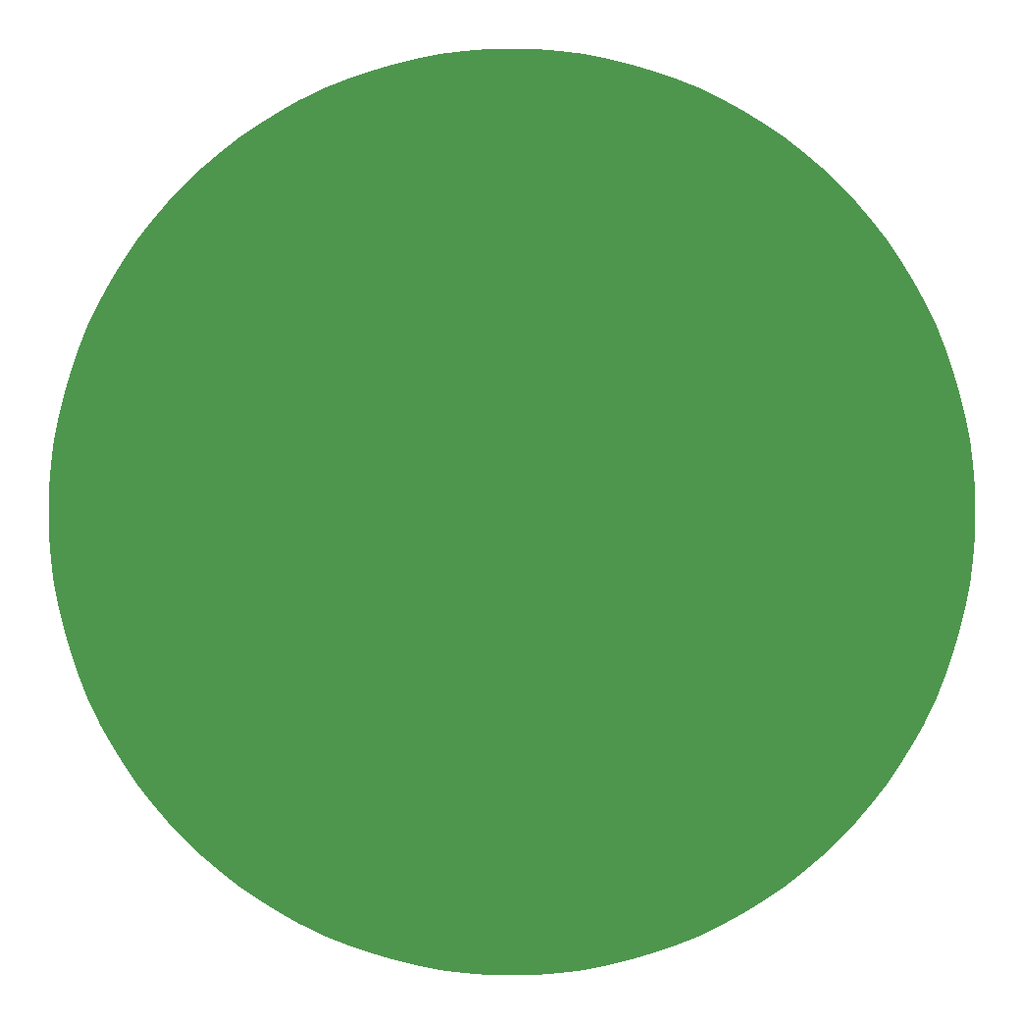
<source format=gbr>
%TF.GenerationSoftware,KiCad,Pcbnew,6.0.4-6f826c9f35~116~ubuntu20.04.1*%
%TF.CreationDate,2022-04-17T21:23:55+00:00*%
%TF.ProjectId,USTTHUNDERMILLPCB02A,55535454-4855-44e4-9445-524d494c4c50,rev?*%
%TF.SameCoordinates,Original*%
%TF.FileFunction,Soldermask,Top*%
%TF.FilePolarity,Negative*%
%FSLAX46Y46*%
G04 Gerber Fmt 4.6, Leading zero omitted, Abs format (unit mm)*
G04 Created by KiCad (PCBNEW 6.0.4-6f826c9f35~116~ubuntu20.04.1) date 2022-04-17 21:23:55*
%MOMM*%
%LPD*%
G01*
G04 APERTURE LIST*
G04 Aperture macros list*
%AMRotRect*
0 Rectangle, with rotation*
0 The origin of the aperture is its center*
0 $1 length*
0 $2 width*
0 $3 Rotation angle, in degrees counterclockwise*
0 Add horizontal line*
21,1,$1,$2,0,0,$3*%
G04 Aperture macros list end*
%ADD10RotRect,4.000000X1.200000X325.000000*%
G04 APERTURE END LIST*
D10*
%TO.C,J1*%
X-13700000Y6100000D03*
%TD*%
G36*
X2122727Y39911304D02*
G01*
X2130518Y39910896D01*
X4210443Y39747206D01*
X4218205Y39746390D01*
X6286718Y39474008D01*
X6294417Y39472788D01*
X8345813Y39092614D01*
X8353447Y39090992D01*
X10382212Y38603909D01*
X10389741Y38601891D01*
X12390137Y38009414D01*
X12397565Y38007001D01*
X14364207Y37310506D01*
X14371484Y37307713D01*
X16299098Y36509290D01*
X16306223Y36506117D01*
X18189266Y35607981D01*
X18196221Y35604437D01*
X20029756Y34608863D01*
X20036508Y34604965D01*
X21815460Y33514839D01*
X21822003Y33510590D01*
X23541375Y32328908D01*
X23547689Y32324320D01*
X25202880Y31054183D01*
X25208938Y31049278D01*
X26795421Y29694331D01*
X26801217Y29689112D01*
X28314653Y28252990D01*
X28320174Y28247469D01*
X29756294Y26734037D01*
X29761513Y26728241D01*
X31116459Y25141759D01*
X31121364Y25135701D01*
X32391506Y23480508D01*
X32396094Y23474194D01*
X33577773Y21754821D01*
X33582022Y21748278D01*
X34672148Y19969324D01*
X34676046Y19962572D01*
X35671624Y18129038D01*
X35675168Y18122083D01*
X36573300Y16239040D01*
X36576473Y16231915D01*
X37374899Y14304292D01*
X37377692Y14297014D01*
X38074179Y12330384D01*
X38076592Y12322957D01*
X38669074Y10322557D01*
X38671092Y10315028D01*
X39158176Y8286261D01*
X39159798Y8278627D01*
X39539972Y6227234D01*
X39541192Y6219535D01*
X39813573Y4151022D01*
X39814389Y4143260D01*
X39978084Y2063333D01*
X39978492Y2055542D01*
X40033082Y-30093D01*
X40033082Y-37891D01*
X39978492Y-2123526D01*
X39978084Y-2131317D01*
X39814389Y-4211244D01*
X39813573Y-4219006D01*
X39541192Y-6287518D01*
X39539972Y-6295217D01*
X39159798Y-8346613D01*
X39158176Y-8354247D01*
X38671092Y-10383011D01*
X38669074Y-10390540D01*
X38076592Y-12390943D01*
X38074179Y-12398370D01*
X37377692Y-14365000D01*
X37374899Y-14372278D01*
X36576473Y-16299898D01*
X36573300Y-16307023D01*
X35675168Y-18190066D01*
X35671624Y-18197021D01*
X34676046Y-20030556D01*
X34672148Y-20037308D01*
X33582022Y-21816260D01*
X33577773Y-21822803D01*
X32396100Y-23542166D01*
X32391512Y-23548481D01*
X31121357Y-25203690D01*
X31116452Y-25209747D01*
X29761522Y-26796210D01*
X29756304Y-26802006D01*
X28320175Y-28315453D01*
X28314653Y-28320975D01*
X26801206Y-29757104D01*
X26795410Y-29762322D01*
X25208947Y-31117252D01*
X25202890Y-31122157D01*
X23547681Y-32392312D01*
X23541366Y-32396900D01*
X21822003Y-33578573D01*
X21815460Y-33582822D01*
X20036508Y-34672948D01*
X20029756Y-34676846D01*
X18196221Y-35672424D01*
X18189266Y-35675968D01*
X16306223Y-36574100D01*
X16299098Y-36577273D01*
X14371478Y-37375699D01*
X14364200Y-37378492D01*
X12397570Y-38074979D01*
X12390143Y-38077392D01*
X10389740Y-38669874D01*
X10382211Y-38671892D01*
X8353447Y-39158976D01*
X8345813Y-39160598D01*
X6294417Y-39540772D01*
X6286718Y-39541992D01*
X4218206Y-39814373D01*
X4210444Y-39815189D01*
X2130517Y-39978884D01*
X2122726Y-39979292D01*
X37091Y-40033882D01*
X29293Y-40033882D01*
X-2056342Y-39979292D01*
X-2064133Y-39978884D01*
X-4144060Y-39815189D01*
X-4151822Y-39814373D01*
X-6220335Y-39541992D01*
X-6228034Y-39540772D01*
X-8279427Y-39160598D01*
X-8287061Y-39158976D01*
X-10315828Y-38671892D01*
X-10323357Y-38669874D01*
X-12323757Y-38077392D01*
X-12331184Y-38074979D01*
X-14297814Y-37378492D01*
X-14305092Y-37375699D01*
X-16232715Y-36577273D01*
X-16239840Y-36574100D01*
X-18122883Y-35675968D01*
X-18129838Y-35672424D01*
X-19963372Y-34676846D01*
X-19970124Y-34672948D01*
X-21749078Y-33582822D01*
X-21755621Y-33578573D01*
X-23474994Y-32396894D01*
X-23481308Y-32392306D01*
X-25136501Y-31122164D01*
X-25142559Y-31117259D01*
X-26729041Y-29762313D01*
X-26734837Y-29757094D01*
X-28248269Y-28320974D01*
X-28253790Y-28315453D01*
X-29689912Y-26802017D01*
X-29695131Y-26796221D01*
X-31050078Y-25209738D01*
X-31054983Y-25203680D01*
X-32325120Y-23548489D01*
X-32329708Y-23542175D01*
X-33511390Y-21822803D01*
X-33515639Y-21816260D01*
X-34605765Y-20037308D01*
X-34609663Y-20030556D01*
X-35605237Y-18197021D01*
X-35608781Y-18190066D01*
X-36506917Y-16307023D01*
X-36510090Y-16299898D01*
X-37308513Y-14372284D01*
X-37311306Y-14365007D01*
X-38007801Y-12398365D01*
X-38010214Y-12390937D01*
X-38602691Y-10390541D01*
X-38604709Y-10383012D01*
X-39091792Y-8354247D01*
X-39093414Y-8346613D01*
X-39473588Y-6295217D01*
X-39474808Y-6287518D01*
X-39747190Y-4219005D01*
X-39748006Y-4211243D01*
X-39911696Y-2131318D01*
X-39912104Y-2123527D01*
X-39966698Y-37891D01*
X-39966698Y-30093D01*
X-39912104Y2055543D01*
X-39911696Y2063334D01*
X-39748006Y4143259D01*
X-39747190Y4151021D01*
X-39474808Y6219535D01*
X-39473588Y6227234D01*
X-39093414Y8278627D01*
X-39091792Y8286261D01*
X-38604709Y10315029D01*
X-38602691Y10322558D01*
X-38010214Y12322951D01*
X-38007801Y12330379D01*
X-37311306Y14297021D01*
X-37308513Y14304298D01*
X-36510090Y16231914D01*
X-36506917Y16239039D01*
X-35608781Y18122083D01*
X-35605237Y18129038D01*
X-34609663Y19962572D01*
X-34605765Y19969324D01*
X-33515639Y21748278D01*
X-33511390Y21754821D01*
X-32329716Y23474182D01*
X-32325128Y23480496D01*
X-31054973Y25135713D01*
X-31050068Y25141771D01*
X-29695131Y26728241D01*
X-29689912Y26734037D01*
X-28253790Y28247469D01*
X-28248269Y28252990D01*
X-26734837Y29689112D01*
X-26729041Y29694331D01*
X-25142571Y31049268D01*
X-25136513Y31054173D01*
X-23481296Y32324328D01*
X-23474982Y32328916D01*
X-21755621Y33510590D01*
X-21749078Y33514839D01*
X-19970124Y34604965D01*
X-19963372Y34608863D01*
X-18129838Y35604437D01*
X-18122883Y35607981D01*
X-16239839Y36506117D01*
X-16232714Y36509290D01*
X-14305098Y37307713D01*
X-14297821Y37310506D01*
X-12331179Y38007001D01*
X-12323751Y38009414D01*
X-10323358Y38601891D01*
X-10315829Y38603909D01*
X-8287061Y39090992D01*
X-8279427Y39092614D01*
X-6228034Y39472788D01*
X-6220335Y39474008D01*
X-4151821Y39746390D01*
X-4144059Y39747206D01*
X-2064134Y39910896D01*
X-2056343Y39911304D01*
X29293Y39965898D01*
X37091Y39965898D01*
X2122727Y39911304D01*
G37*
M02*

</source>
